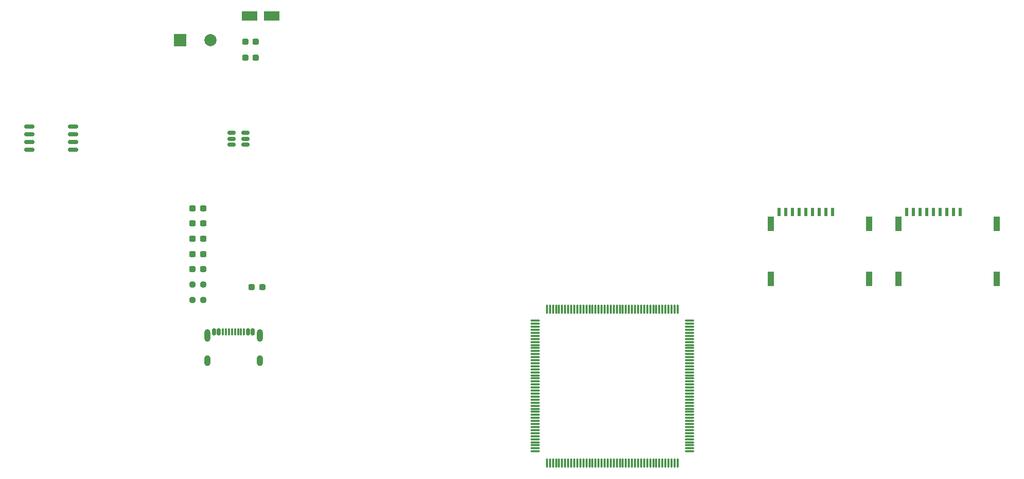
<source format=gbr>
%TF.GenerationSoftware,KiCad,Pcbnew,9.0.6*%
%TF.CreationDate,2025-11-15T17:29:32-05:00*%
%TF.ProjectId,CANopus,43414e6f-7075-4732-9e6b-696361645f70,rev?*%
%TF.SameCoordinates,Original*%
%TF.FileFunction,Copper,L1,Top*%
%TF.FilePolarity,Positive*%
%FSLAX46Y46*%
G04 Gerber Fmt 4.6, Leading zero omitted, Abs format (unit mm)*
G04 Created by KiCad (PCBNEW 9.0.6) date 2025-11-15 17:29:32*
%MOMM*%
%LPD*%
G01*
G04 APERTURE LIST*
G04 Aperture macros list*
%AMRoundRect*
0 Rectangle with rounded corners*
0 $1 Rounding radius*
0 $2 $3 $4 $5 $6 $7 $8 $9 X,Y pos of 4 corners*
0 Add a 4 corners polygon primitive as box body*
4,1,4,$2,$3,$4,$5,$6,$7,$8,$9,$2,$3,0*
0 Add four circle primitives for the rounded corners*
1,1,$1+$1,$2,$3*
1,1,$1+$1,$4,$5*
1,1,$1+$1,$6,$7*
1,1,$1+$1,$8,$9*
0 Add four rect primitives between the rounded corners*
20,1,$1+$1,$2,$3,$4,$5,0*
20,1,$1+$1,$4,$5,$6,$7,0*
20,1,$1+$1,$6,$7,$8,$9,0*
20,1,$1+$1,$8,$9,$2,$3,0*%
G04 Aperture macros list end*
%TA.AperFunction,SMDPad,CuDef*%
%ADD10R,0.620000X1.400000*%
%TD*%
%TA.AperFunction,SMDPad,CuDef*%
%ADD11R,1.100000X2.400000*%
%TD*%
%TA.AperFunction,SMDPad,CuDef*%
%ADD12RoundRect,0.150000X-0.512500X-0.150000X0.512500X-0.150000X0.512500X0.150000X-0.512500X0.150000X0*%
%TD*%
%TA.AperFunction,SMDPad,CuDef*%
%ADD13RoundRect,0.237500X-0.300000X-0.237500X0.300000X-0.237500X0.300000X0.237500X-0.300000X0.237500X0*%
%TD*%
%TA.AperFunction,SMDPad,CuDef*%
%ADD14RoundRect,0.075000X-0.675000X-0.075000X0.675000X-0.075000X0.675000X0.075000X-0.675000X0.075000X0*%
%TD*%
%TA.AperFunction,SMDPad,CuDef*%
%ADD15RoundRect,0.075000X-0.075000X-0.675000X0.075000X-0.675000X0.075000X0.675000X-0.075000X0.675000X0*%
%TD*%
%TA.AperFunction,SMDPad,CuDef*%
%ADD16RoundRect,0.237500X-0.287500X-0.237500X0.287500X-0.237500X0.287500X0.237500X-0.287500X0.237500X0*%
%TD*%
%TA.AperFunction,SMDPad,CuDef*%
%ADD17RoundRect,0.237500X-0.250000X-0.237500X0.250000X-0.237500X0.250000X0.237500X-0.250000X0.237500X0*%
%TD*%
%TA.AperFunction,SMDPad,CuDef*%
%ADD18RoundRect,0.150000X-0.150000X-0.425000X0.150000X-0.425000X0.150000X0.425000X-0.150000X0.425000X0*%
%TD*%
%TA.AperFunction,SMDPad,CuDef*%
%ADD19RoundRect,0.075000X-0.075000X-0.500000X0.075000X-0.500000X0.075000X0.500000X-0.075000X0.500000X0*%
%TD*%
%TA.AperFunction,HeatsinkPad*%
%ADD20O,1.000000X2.100000*%
%TD*%
%TA.AperFunction,HeatsinkPad*%
%ADD21O,1.000000X1.800000*%
%TD*%
%TA.AperFunction,SMDPad,CuDef*%
%ADD22RoundRect,0.162500X-0.650000X-0.162500X0.650000X-0.162500X0.650000X0.162500X-0.650000X0.162500X0*%
%TD*%
%TA.AperFunction,SMDPad,CuDef*%
%ADD23RoundRect,0.250000X-1.050000X-0.550000X1.050000X-0.550000X1.050000X0.550000X-1.050000X0.550000X0*%
%TD*%
%TA.AperFunction,ComponentPad*%
%ADD24R,2.000000X2.000000*%
%TD*%
%TA.AperFunction,ComponentPad*%
%ADD25C,2.000000*%
%TD*%
G04 APERTURE END LIST*
D10*
%TO.P,J2,1,DAT2*%
%TO.N,unconnected-(J2-DAT2-Pad1)*%
X192580000Y-74080000D03*
%TO.P,J2,2,DAT3/CD*%
%TO.N,unconnected-(J2-DAT3{slash}CD-Pad2)*%
X191480000Y-74080000D03*
%TO.P,J2,3,CMD*%
%TO.N,unconnected-(J2-CMD-Pad3)*%
X190380000Y-74080000D03*
%TO.P,J2,4,VDD*%
%TO.N,unconnected-(J2-VDD-Pad4)*%
X189280000Y-74080000D03*
%TO.P,J2,5,CLK*%
%TO.N,unconnected-(J2-CLK-Pad5)*%
X188180000Y-74080000D03*
%TO.P,J2,6,VSS*%
%TO.N,unconnected-(J2-VSS-Pad6)*%
X187080000Y-74080000D03*
%TO.P,J2,7,DAT0*%
%TO.N,unconnected-(J2-DAT0-Pad7)*%
X185980000Y-74080000D03*
%TO.P,J2,8,DAT1*%
%TO.N,unconnected-(J2-DAT1-Pad8)*%
X184880000Y-74080000D03*
%TO.P,J2,9,DET*%
%TO.N,unconnected-(J2-DET-Pad9)*%
X183780000Y-74080000D03*
D11*
%TO.P,J2,10,SHIELD*%
%TO.N,unconnected-(J2-SHIELD-Pad10)*%
X182400000Y-76080000D03*
X182400000Y-85080000D03*
X198550000Y-76080000D03*
X198550000Y-85080000D03*
%TD*%
D10*
%TO.P,J1,1,DAT2*%
%TO.N,/DAT2_SD1*%
X171580000Y-74080000D03*
%TO.P,J1,2,DAT3/CD*%
%TO.N,/DAT3_SD1*%
X170480000Y-74080000D03*
%TO.P,J1,3,CMD*%
%TO.N,/CMD_SD1*%
X169380000Y-74080000D03*
%TO.P,J1,4,VDD*%
%TO.N,+3V3*%
X168280000Y-74080000D03*
%TO.P,J1,5,CLK*%
%TO.N,/CLK_SD1*%
X167180000Y-74080000D03*
%TO.P,J1,6,VSS*%
%TO.N,GND*%
X166080000Y-74080000D03*
%TO.P,J1,7,DAT0*%
%TO.N,/DAT0_SD1*%
X164980000Y-74080000D03*
%TO.P,J1,8,DAT1*%
%TO.N,/DAT1_SD1*%
X163880000Y-74080000D03*
%TO.P,J1,9,DET*%
%TO.N,/DET_SD1*%
X162780000Y-74080000D03*
D11*
%TO.P,J1,10,SHIELD*%
%TO.N,GND*%
X161400000Y-76080000D03*
X161400000Y-85080000D03*
X177550000Y-76080000D03*
X177550000Y-85080000D03*
%TD*%
D12*
%TO.P,U9,1,I/O1*%
%TO.N,/USB_D-*%
X72725000Y-61100000D03*
%TO.P,U9,2,GND*%
%TO.N,GND*%
X72725000Y-62050000D03*
%TO.P,U9,3,I/O2*%
%TO.N,/USB_D+*%
X72725000Y-63000000D03*
%TO.P,U9,4,I/O2*%
%TO.N,/D+*%
X75000000Y-63000000D03*
%TO.P,U9,5,VBUS*%
%TO.N,+5V*%
X75000000Y-62050000D03*
%TO.P,U9,6,I/O1*%
%TO.N,/D-*%
X75000000Y-61100000D03*
%TD*%
D13*
%TO.P,C38,1*%
%TO.N,+5V*%
X66275000Y-81030000D03*
%TO.P,C38,2*%
%TO.N,GND*%
X68000000Y-81030000D03*
%TD*%
D14*
%TO.P,U2,1,PE2*%
%TO.N,unconnected-(U2-PE2-Pad1)*%
X122650000Y-92000000D03*
%TO.P,U2,2,PE3*%
%TO.N,unconnected-(U2-PE3-Pad2)*%
X122650000Y-92500000D03*
%TO.P,U2,3,PE4*%
%TO.N,unconnected-(U2-PE4-Pad3)*%
X122650000Y-93000000D03*
%TO.P,U2,4,PE5*%
%TO.N,unconnected-(U2-PE5-Pad4)*%
X122650000Y-93500000D03*
%TO.P,U2,5,PE6*%
%TO.N,unconnected-(U2-PE6-Pad5)*%
X122650000Y-94000000D03*
%TO.P,U2,6,VSS*%
%TO.N,GND*%
X122650000Y-94500000D03*
%TO.P,U2,7,VDD*%
%TO.N,VDD*%
X122650000Y-95000000D03*
%TO.P,U2,8,VBAT*%
%TO.N,VBAT*%
X122650000Y-95500000D03*
%TO.P,U2,9,PC13*%
%TO.N,unconnected-(U2-PC13-Pad9)*%
X122650000Y-96000000D03*
%TO.P,U2,10,PC14*%
%TO.N,unconnected-(U2-PC14-Pad10)*%
X122650000Y-96500000D03*
%TO.P,U2,11,PC15*%
%TO.N,unconnected-(U2-PC15-Pad11)*%
X122650000Y-97000000D03*
%TO.P,U2,12,VSS*%
%TO.N,GND*%
X122650000Y-97500000D03*
%TO.P,U2,13,VDD*%
%TO.N,VDD*%
X122650000Y-98000000D03*
%TO.P,U2,14,VSSSMPS*%
%TO.N,VSSSMPS*%
X122650000Y-98500000D03*
%TO.P,U2,15,VLXSMPS*%
%TO.N,/VLXSMPS*%
X122650000Y-99000000D03*
%TO.P,U2,16,VDDSMPS*%
%TO.N,VDDSMPS*%
X122650000Y-99500000D03*
%TO.P,U2,17,VFBSMPS*%
%TO.N,/VFBSMPS*%
X122650000Y-100000000D03*
%TO.P,U2,18,PF0*%
%TO.N,unconnected-(U2-PF0-Pad18)*%
X122650000Y-100500000D03*
%TO.P,U2,19,PF1*%
%TO.N,unconnected-(U2-PF1-Pad19)*%
X122650000Y-101000000D03*
%TO.P,U2,20,PF2*%
%TO.N,unconnected-(U2-PF2-Pad20)*%
X122650000Y-101500000D03*
%TO.P,U2,21,PF3*%
%TO.N,unconnected-(U2-PF3-Pad21)*%
X122650000Y-102000000D03*
%TO.P,U2,22,PF4*%
%TO.N,unconnected-(U2-PF4-Pad22)*%
X122650000Y-102500000D03*
%TO.P,U2,23,PF5*%
%TO.N,unconnected-(U2-PF5-Pad23)*%
X122650000Y-103000000D03*
%TO.P,U2,24,VSS*%
%TO.N,GND*%
X122650000Y-103500000D03*
%TO.P,U2,25,VDD*%
%TO.N,VDD*%
X122650000Y-104000000D03*
%TO.P,U2,26,PF6*%
%TO.N,unconnected-(U2-PF6-Pad26)*%
X122650000Y-104500000D03*
%TO.P,U2,27,PF7*%
%TO.N,unconnected-(U2-PF7-Pad27)*%
X122650000Y-105000000D03*
%TO.P,U2,28,PF8*%
%TO.N,unconnected-(U2-PF8-Pad28)*%
X122650000Y-105500000D03*
%TO.P,U2,29,PF9*%
%TO.N,unconnected-(U2-PF9-Pad29)*%
X122650000Y-106000000D03*
%TO.P,U2,30,PF10*%
%TO.N,unconnected-(U2-PF10-Pad30)*%
X122650000Y-106500000D03*
%TO.P,U2,31,PH0*%
%TO.N,unconnected-(U2-PH0-Pad31)*%
X122650000Y-107000000D03*
%TO.P,U2,32,PH1*%
%TO.N,unconnected-(U2-PH1-Pad32)*%
X122650000Y-107500000D03*
%TO.P,U2,33,NRST*%
%TO.N,/NRST*%
X122650000Y-108000000D03*
%TO.P,U2,34,PC0*%
%TO.N,unconnected-(U2-PC0-Pad34)*%
X122650000Y-108500000D03*
%TO.P,U2,35,PC1*%
%TO.N,unconnected-(U2-PC1-Pad35)*%
X122650000Y-109000000D03*
%TO.P,U2,36,PC2_C*%
%TO.N,unconnected-(U2-PC2_C-Pad36)*%
X122650000Y-109500000D03*
%TO.P,U2,37,PC3_C*%
%TO.N,unconnected-(U2-PC3_C-Pad37)*%
X122650000Y-110000000D03*
%TO.P,U2,38,VSSA*%
%TO.N,VSSA*%
X122650000Y-110500000D03*
%TO.P,U2,39,VREF+*%
%TO.N,VREF*%
X122650000Y-111000000D03*
%TO.P,U2,40,VDDA*%
%TO.N,VDDA*%
X122650000Y-111500000D03*
%TO.P,U2,41,PA0*%
%TO.N,unconnected-(U2-PA0-Pad41)*%
X122650000Y-112000000D03*
%TO.P,U2,42,PA1*%
%TO.N,unconnected-(U2-PA1-Pad42)*%
X122650000Y-112500000D03*
%TO.P,U2,43,PA2*%
%TO.N,unconnected-(U2-PA2-Pad43)*%
X122650000Y-113000000D03*
%TO.P,U2,44,VDD*%
%TO.N,VDD*%
X122650000Y-113500000D03*
D15*
%TO.P,U2,45,VSS*%
%TO.N,GND*%
X124575000Y-115425000D03*
%TO.P,U2,46,PA3*%
%TO.N,unconnected-(U2-PA3-Pad46)*%
X125075000Y-115425000D03*
%TO.P,U2,47,VSS*%
%TO.N,GND*%
X125575000Y-115425000D03*
%TO.P,U2,48,VDD*%
%TO.N,VDD*%
X126075000Y-115425000D03*
%TO.P,U2,49,PA4*%
%TO.N,unconnected-(U2-PA4-Pad49)*%
X126575000Y-115425000D03*
%TO.P,U2,50,PA5*%
%TO.N,unconnected-(U2-PA5-Pad50)*%
X127075000Y-115425000D03*
%TO.P,U2,51,PA6*%
%TO.N,unconnected-(U2-PA6-Pad51)*%
X127575000Y-115425000D03*
%TO.P,U2,52,PA7*%
%TO.N,unconnected-(U2-PA7-Pad52)*%
X128075000Y-115425000D03*
%TO.P,U2,53,PC4*%
%TO.N,unconnected-(U2-PC4-Pad53)*%
X128575000Y-115425000D03*
%TO.P,U2,54,PC5*%
%TO.N,unconnected-(U2-PC5-Pad54)*%
X129075000Y-115425000D03*
%TO.P,U2,55,PB0*%
%TO.N,unconnected-(U2-PB0-Pad55)*%
X129575000Y-115425000D03*
%TO.P,U2,56,PB1*%
%TO.N,unconnected-(U2-PB1-Pad56)*%
X130075000Y-115425000D03*
%TO.P,U2,57,PB2*%
%TO.N,unconnected-(U2-PB2-Pad57)*%
X130575000Y-115425000D03*
%TO.P,U2,58,PF11*%
%TO.N,unconnected-(U2-PF11-Pad58)*%
X131075000Y-115425000D03*
%TO.P,U2,59,PF12*%
%TO.N,unconnected-(U2-PF12-Pad59)*%
X131575000Y-115425000D03*
%TO.P,U2,60,PF13*%
%TO.N,unconnected-(U2-PF13-Pad60)*%
X132075000Y-115425000D03*
%TO.P,U2,61,PF14*%
%TO.N,unconnected-(U2-PF14-Pad61)*%
X132575000Y-115425000D03*
%TO.P,U2,62,PF15*%
%TO.N,unconnected-(U2-PF15-Pad62)*%
X133075000Y-115425000D03*
%TO.P,U2,63,PG0*%
%TO.N,unconnected-(U2-PG0-Pad63)*%
X133575000Y-115425000D03*
%TO.P,U2,64,VSS*%
%TO.N,GND*%
X134075000Y-115425000D03*
%TO.P,U2,65,VDD*%
%TO.N,VDD*%
X134575000Y-115425000D03*
%TO.P,U2,66,PG1*%
%TO.N,unconnected-(U2-PG1-Pad66)*%
X135075000Y-115425000D03*
%TO.P,U2,67,PE7*%
%TO.N,unconnected-(U2-PE7-Pad67)*%
X135575000Y-115425000D03*
%TO.P,U2,68,PE8*%
%TO.N,unconnected-(U2-PE8-Pad68)*%
X136075000Y-115425000D03*
%TO.P,U2,69,PE9*%
%TO.N,unconnected-(U2-PE9-Pad69)*%
X136575000Y-115425000D03*
%TO.P,U2,70,VSS*%
%TO.N,GND*%
X137075000Y-115425000D03*
%TO.P,U2,71,VDD*%
%TO.N,VDD*%
X137575000Y-115425000D03*
%TO.P,U2,72,PE10*%
%TO.N,unconnected-(U2-PE10-Pad72)*%
X138075000Y-115425000D03*
%TO.P,U2,73,PE11*%
%TO.N,unconnected-(U2-PE11-Pad73)*%
X138575000Y-115425000D03*
%TO.P,U2,74,PE12*%
%TO.N,unconnected-(U2-PE12-Pad74)*%
X139075000Y-115425000D03*
%TO.P,U2,75,PE13*%
%TO.N,unconnected-(U2-PE13-Pad75)*%
X139575000Y-115425000D03*
%TO.P,U2,76,PE14*%
%TO.N,unconnected-(U2-PE14-Pad76)*%
X140075000Y-115425000D03*
%TO.P,U2,77,PE15*%
%TO.N,unconnected-(U2-PE15-Pad77)*%
X140575000Y-115425000D03*
%TO.P,U2,78,PB10*%
%TO.N,unconnected-(U2-PB10-Pad78)*%
X141075000Y-115425000D03*
%TO.P,U2,79,PB11*%
%TO.N,unconnected-(U2-PB11-Pad79)*%
X141575000Y-115425000D03*
%TO.P,U2,80,VCAP*%
%TO.N,VCAP*%
X142075000Y-115425000D03*
%TO.P,U2,81,VSS*%
%TO.N,GND*%
X142575000Y-115425000D03*
%TO.P,U2,82,VDDLDO*%
%TO.N,VDDLDO*%
X143075000Y-115425000D03*
%TO.P,U2,83,VSS*%
%TO.N,GND*%
X143575000Y-115425000D03*
%TO.P,U2,84,VDD*%
%TO.N,VDD*%
X144075000Y-115425000D03*
%TO.P,U2,85,PB12*%
%TO.N,unconnected-(U2-PB12-Pad85)*%
X144575000Y-115425000D03*
%TO.P,U2,86,PB13*%
%TO.N,unconnected-(U2-PB13-Pad86)*%
X145075000Y-115425000D03*
%TO.P,U2,87,PB14*%
%TO.N,unconnected-(U2-PB14-Pad87)*%
X145575000Y-115425000D03*
%TO.P,U2,88,PB15*%
%TO.N,unconnected-(U2-PB15-Pad88)*%
X146075000Y-115425000D03*
D14*
%TO.P,U2,89,PD8*%
%TO.N,unconnected-(U2-PD8-Pad89)*%
X148000000Y-113500000D03*
%TO.P,U2,90,PD9*%
%TO.N,unconnected-(U2-PD9-Pad90)*%
X148000000Y-113000000D03*
%TO.P,U2,91,PD10*%
%TO.N,unconnected-(U2-PD10-Pad91)*%
X148000000Y-112500000D03*
%TO.P,U2,92,VDD*%
%TO.N,VDD*%
X148000000Y-112000000D03*
%TO.P,U2,93,VSS*%
%TO.N,GND*%
X148000000Y-111500000D03*
%TO.P,U2,94,PD11*%
%TO.N,unconnected-(U2-PD11-Pad94)*%
X148000000Y-111000000D03*
%TO.P,U2,95,PD12*%
%TO.N,unconnected-(U2-PD12-Pad95)*%
X148000000Y-110500000D03*
%TO.P,U2,96,PD13*%
%TO.N,unconnected-(U2-PD13-Pad96)*%
X148000000Y-110000000D03*
%TO.P,U2,97,PD14*%
%TO.N,unconnected-(U2-PD14-Pad97)*%
X148000000Y-109500000D03*
%TO.P,U2,98,PD15*%
%TO.N,unconnected-(U2-PD15-Pad98)*%
X148000000Y-109000000D03*
%TO.P,U2,99,VDD*%
%TO.N,VDD*%
X148000000Y-108500000D03*
%TO.P,U2,100,VSS*%
%TO.N,GND*%
X148000000Y-108000000D03*
%TO.P,U2,101,VCAPDSI*%
%TO.N,VCAPDSI*%
X148000000Y-107500000D03*
%TO.P,U2,102,VDD12DSI*%
%TO.N,VDDDSI*%
X148000000Y-107000000D03*
%TO.P,U2,103,DSI_D0P*%
%TO.N,unconnected-(U2-DSI_D0P-Pad103)*%
X148000000Y-106500000D03*
%TO.P,U2,104,DSI_D0N*%
%TO.N,unconnected-(U2-DSI_D0N-Pad104)*%
X148000000Y-106000000D03*
%TO.P,U2,105,VSSDSI*%
%TO.N,VSSDSI*%
X148000000Y-105500000D03*
%TO.P,U2,106,DSI_CKP*%
%TO.N,unconnected-(U2-DSI_CKP-Pad106)*%
X148000000Y-105000000D03*
%TO.P,U2,107,DSI_CKN*%
%TO.N,unconnected-(U2-DSI_CKN-Pad107)*%
X148000000Y-104500000D03*
%TO.P,U2,108,VDD12DSI*%
%TO.N,VDDDSI*%
X148000000Y-104000000D03*
%TO.P,U2,109,VSSDSI*%
%TO.N,VSSDSI*%
X148000000Y-103500000D03*
%TO.P,U2,110,PG2*%
%TO.N,unconnected-(U2-PG2-Pad110)*%
X148000000Y-103000000D03*
%TO.P,U2,111,PG3*%
%TO.N,unconnected-(U2-PG3-Pad111)*%
X148000000Y-102500000D03*
%TO.P,U2,112,VSS*%
%TO.N,GND*%
X148000000Y-102000000D03*
%TO.P,U2,113,VDD*%
%TO.N,VDD*%
X148000000Y-101500000D03*
%TO.P,U2,114,PG4*%
%TO.N,unconnected-(U2-PG4-Pad114)*%
X148000000Y-101000000D03*
%TO.P,U2,115,PG5*%
%TO.N,unconnected-(U2-PG5-Pad115)*%
X148000000Y-100500000D03*
%TO.P,U2,116,PG6*%
%TO.N,unconnected-(U2-PG6-Pad116)*%
X148000000Y-100000000D03*
%TO.P,U2,117,PG7*%
%TO.N,unconnected-(U2-PG7-Pad117)*%
X148000000Y-99500000D03*
%TO.P,U2,118,PG8*%
%TO.N,unconnected-(U2-PG8-Pad118)*%
X148000000Y-99000000D03*
%TO.P,U2,119,VSS*%
%TO.N,GND*%
X148000000Y-98500000D03*
%TO.P,U2,120,VDD50_USB*%
%TO.N,VDD50_USB*%
X148000000Y-98000000D03*
%TO.P,U2,121,VDD33_USB*%
%TO.N,VDD33_USB*%
X148000000Y-97500000D03*
%TO.P,U2,122,PC6*%
%TO.N,unconnected-(U2-PC6-Pad122)*%
X148000000Y-97000000D03*
%TO.P,U2,123,PC7*%
%TO.N,unconnected-(U2-PC7-Pad123)*%
X148000000Y-96500000D03*
%TO.P,U2,124,PC8*%
%TO.N,unconnected-(U2-PC8-Pad124)*%
X148000000Y-96000000D03*
%TO.P,U2,125,PC9*%
%TO.N,unconnected-(U2-PC9-Pad125)*%
X148000000Y-95500000D03*
%TO.P,U2,126,VDD*%
%TO.N,VDD*%
X148000000Y-95000000D03*
%TO.P,U2,127,PA8*%
%TO.N,unconnected-(U2-PA8-Pad127)*%
X148000000Y-94500000D03*
%TO.P,U2,128,PA9*%
%TO.N,unconnected-(U2-PA9-Pad128)*%
X148000000Y-94000000D03*
%TO.P,U2,129,PA10*%
%TO.N,unconnected-(U2-PA10-Pad129)*%
X148000000Y-93500000D03*
%TO.P,U2,130,PA11*%
%TO.N,unconnected-(U2-PA11-Pad130)*%
X148000000Y-93000000D03*
%TO.P,U2,131,PA12*%
%TO.N,unconnected-(U2-PA12-Pad131)*%
X148000000Y-92500000D03*
%TO.P,U2,132,PA13*%
%TO.N,unconnected-(U2-PA13-Pad132)*%
X148000000Y-92000000D03*
D15*
%TO.P,U2,133,VCAP*%
%TO.N,VCAP*%
X146075000Y-90075000D03*
%TO.P,U2,134,VSS*%
%TO.N,GND*%
X145575000Y-90075000D03*
%TO.P,U2,135,VDDLDO*%
%TO.N,VDDLDO*%
X145075000Y-90075000D03*
%TO.P,U2,136,VDD*%
%TO.N,VDD*%
X144575000Y-90075000D03*
%TO.P,U2,137,VSS*%
%TO.N,GND*%
X144075000Y-90075000D03*
%TO.P,U2,138,PA14*%
%TO.N,unconnected-(U2-PA14-Pad138)*%
X143575000Y-90075000D03*
%TO.P,U2,139,PA15*%
%TO.N,unconnected-(U2-PA15-Pad139)*%
X143075000Y-90075000D03*
%TO.P,U2,140,PC10*%
%TO.N,unconnected-(U2-PC10-Pad140)*%
X142575000Y-90075000D03*
%TO.P,U2,141,PC11*%
%TO.N,unconnected-(U2-PC11-Pad141)*%
X142075000Y-90075000D03*
%TO.P,U2,142,PC12*%
%TO.N,unconnected-(U2-PC12-Pad142)*%
X141575000Y-90075000D03*
%TO.P,U2,143,PD0*%
%TO.N,unconnected-(U2-PD0-Pad143)*%
X141075000Y-90075000D03*
%TO.P,U2,144,PD1*%
%TO.N,unconnected-(U2-PD1-Pad144)*%
X140575000Y-90075000D03*
%TO.P,U2,145,PD2*%
%TO.N,unconnected-(U2-PD2-Pad145)*%
X140075000Y-90075000D03*
%TO.P,U2,146,PD3*%
%TO.N,unconnected-(U2-PD3-Pad146)*%
X139575000Y-90075000D03*
%TO.P,U2,147,PD4*%
%TO.N,unconnected-(U2-PD4-Pad147)*%
X139075000Y-90075000D03*
%TO.P,U2,148,PD5*%
%TO.N,unconnected-(U2-PD5-Pad148)*%
X138575000Y-90075000D03*
%TO.P,U2,149,PD6*%
%TO.N,unconnected-(U2-PD6-Pad149)*%
X138075000Y-90075000D03*
%TO.P,U2,150,PD7*%
%TO.N,unconnected-(U2-PD7-Pad150)*%
X137575000Y-90075000D03*
%TO.P,U2,151,VSS*%
%TO.N,GND*%
X137075000Y-90075000D03*
%TO.P,U2,152,VDD*%
%TO.N,VDD*%
X136575000Y-90075000D03*
%TO.P,U2,153,PG9*%
%TO.N,unconnected-(U2-PG9-Pad153)*%
X136075000Y-90075000D03*
%TO.P,U2,154,PG10*%
%TO.N,unconnected-(U2-PG10-Pad154)*%
X135575000Y-90075000D03*
%TO.P,U2,155,PG11*%
%TO.N,unconnected-(U2-PG11-Pad155)*%
X135075000Y-90075000D03*
%TO.P,U2,156,PG12*%
%TO.N,unconnected-(U2-PG12-Pad156)*%
X134575000Y-90075000D03*
%TO.P,U2,157,PG13*%
%TO.N,unconnected-(U2-PG13-Pad157)*%
X134075000Y-90075000D03*
%TO.P,U2,158,PG14*%
%TO.N,unconnected-(U2-PG14-Pad158)*%
X133575000Y-90075000D03*
%TO.P,U2,159,VSS*%
%TO.N,GND*%
X133075000Y-90075000D03*
%TO.P,U2,160,VDD*%
%TO.N,VDD*%
X132575000Y-90075000D03*
%TO.P,U2,161,PG15*%
%TO.N,unconnected-(U2-PG15-Pad161)*%
X132075000Y-90075000D03*
%TO.P,U2,162,PB3*%
%TO.N,unconnected-(U2-PB3-Pad162)*%
X131575000Y-90075000D03*
%TO.P,U2,163,PB4*%
%TO.N,unconnected-(U2-PB4-Pad163)*%
X131075000Y-90075000D03*
%TO.P,U2,164,PB5*%
%TO.N,unconnected-(U2-PB5-Pad164)*%
X130575000Y-90075000D03*
%TO.P,U2,165,PB6*%
%TO.N,unconnected-(U2-PB6-Pad165)*%
X130075000Y-90075000D03*
%TO.P,U2,166,PB7*%
%TO.N,unconnected-(U2-PB7-Pad166)*%
X129575000Y-90075000D03*
%TO.P,U2,167,BOOT0*%
%TO.N,/BOOT0*%
X129075000Y-90075000D03*
%TO.P,U2,168,PB8*%
%TO.N,unconnected-(U2-PB8-Pad168)*%
X128575000Y-90075000D03*
%TO.P,U2,169,PB9*%
%TO.N,unconnected-(U2-PB9-Pad169)*%
X128075000Y-90075000D03*
%TO.P,U2,170,PE0*%
%TO.N,unconnected-(U2-PE0-Pad170)*%
X127575000Y-90075000D03*
%TO.P,U2,171,PE1*%
%TO.N,unconnected-(U2-PE1-Pad171)*%
X127075000Y-90075000D03*
%TO.P,U2,172,VCAP*%
%TO.N,VCAP*%
X126575000Y-90075000D03*
%TO.P,U2,173,VSS*%
%TO.N,GND*%
X126075000Y-90075000D03*
%TO.P,U2,174,PDR_ON*%
%TO.N,unconnected-(U2-PDR_ON-Pad174)*%
X125575000Y-90075000D03*
%TO.P,U2,175,VDDLDO*%
%TO.N,VDDLDO*%
X125075000Y-90075000D03*
%TO.P,U2,176,VDD*%
%TO.N,VDD*%
X124575000Y-90075000D03*
%TD*%
D16*
%TO.P,D3,1,K*%
%TO.N,unconnected-(D3-K-Pad1)*%
X76000000Y-86500000D03*
%TO.P,D3,2,A*%
%TO.N,GND*%
X77750000Y-86500000D03*
%TD*%
D17*
%TO.P,R28,1*%
%TO.N,GND*%
X66225000Y-88560000D03*
%TO.P,R28,2*%
%TO.N,Net-(J17-CC1)*%
X68050000Y-88560000D03*
%TD*%
D18*
%TO.P,J17,A1,GND*%
%TO.N,GND*%
X69800000Y-93820000D03*
%TO.P,J17,A4,VBUS*%
%TO.N,Net-(F1-Pad1)*%
X70600000Y-93820000D03*
D19*
%TO.P,J17,A5,CC1*%
%TO.N,Net-(J17-CC1)*%
X71750000Y-93820000D03*
%TO.P,J17,A6,D+*%
%TO.N,/USB_D+*%
X72750000Y-93820000D03*
%TO.P,J17,A7,D-*%
%TO.N,/USB_D-*%
X73250000Y-93820000D03*
%TO.P,J17,A8,SBU1*%
%TO.N,unconnected-(J17-SBU1-PadA8)*%
X74250000Y-93820000D03*
D18*
%TO.P,J17,A9,VBUS*%
%TO.N,Net-(F1-Pad1)*%
X75400000Y-93820000D03*
%TO.P,J17,A12,GND*%
%TO.N,GND*%
X76200000Y-93820000D03*
%TO.P,J17,B1,GND*%
X76200000Y-93820000D03*
%TO.P,J17,B4,VBUS*%
%TO.N,Net-(F1-Pad1)*%
X75400000Y-93820000D03*
D19*
%TO.P,J17,B5,CC2*%
%TO.N,Net-(J17-CC2)*%
X74750000Y-93820000D03*
%TO.P,J17,B6,D+*%
%TO.N,/USB_D+*%
X73750000Y-93820000D03*
%TO.P,J17,B7,D-*%
%TO.N,/USB_D-*%
X72250000Y-93820000D03*
%TO.P,J17,B8,SBU2*%
%TO.N,unconnected-(J17-SBU2-PadB8)*%
X71250000Y-93820000D03*
D18*
%TO.P,J17,B9,VBUS*%
%TO.N,Net-(F1-Pad1)*%
X70600000Y-93820000D03*
%TO.P,J17,B12,GND*%
%TO.N,GND*%
X69800000Y-93820000D03*
D20*
%TO.P,J17,S1,SHIELD*%
X68680000Y-94395000D03*
D21*
X68680000Y-98575000D03*
D20*
X77320000Y-94395000D03*
D21*
X77320000Y-98575000D03*
%TD*%
D13*
%TO.P,C36,1*%
%TO.N,+3V3*%
X66275000Y-78520000D03*
%TO.P,C36,2*%
%TO.N,GND*%
X68000000Y-78520000D03*
%TD*%
%TO.P,C35,1*%
%TO.N,+3V3*%
X66275000Y-76010000D03*
%TO.P,C35,2*%
%TO.N,GND*%
X68000000Y-76010000D03*
%TD*%
%TO.P,C34,1*%
%TO.N,+3V3*%
X66275000Y-73500000D03*
%TO.P,C34,2*%
%TO.N,GND*%
X68000000Y-73500000D03*
%TD*%
D16*
%TO.P,F1,1*%
%TO.N,Net-(F1-Pad1)*%
X66262500Y-83540000D03*
%TO.P,F1,2*%
%TO.N,Net-(D1-A)*%
X68012500Y-83540000D03*
%TD*%
D17*
%TO.P,R27,1*%
%TO.N,GND*%
X66225000Y-86050000D03*
%TO.P,R27,2*%
%TO.N,Net-(J17-CC2)*%
X68050000Y-86050000D03*
%TD*%
D16*
%TO.P,D2,1,K*%
%TO.N,Net-(D1-A)*%
X74942500Y-48685000D03*
%TO.P,D2,2,A*%
%TO.N,GND*%
X76692500Y-48685000D03*
%TD*%
%TO.P,D1,1,K*%
%TO.N,+5V*%
X74942500Y-46095000D03*
%TO.P,D1,2,A*%
%TO.N,Net-(D1-A)*%
X76692500Y-46095000D03*
%TD*%
D22*
%TO.P,U1,1,~{CE}*%
%TO.N,/SPI_CE*%
X39412500Y-60095000D03*
%TO.P,U1,2,SO*%
%TO.N,/SPI_MISO*%
X39412500Y-61365000D03*
%TO.P,U1,3,~{WP}*%
%TO.N,/FLASH_WP*%
X39412500Y-62635000D03*
%TO.P,U1,4,VSS*%
%TO.N,GND*%
X39412500Y-63905000D03*
%TO.P,U1,5,SI*%
%TO.N,/SPI_MOSI*%
X46587500Y-63905000D03*
%TO.P,U1,6,SCK*%
%TO.N,/SPI_SCK*%
X46587500Y-62635000D03*
%TO.P,U1,7,~{HOLD}*%
%TO.N,/FLASH_HOLD*%
X46587500Y-61365000D03*
%TO.P,U1,8,VDD*%
%TO.N,+3V3*%
X46587500Y-60095000D03*
%TD*%
D23*
%TO.P,C39,1*%
%TO.N,+5V*%
X75672500Y-41875000D03*
%TO.P,C39,2*%
%TO.N,GND*%
X79272500Y-41875000D03*
%TD*%
D24*
%TO.P,BZ1,1,1*%
%TO.N,unconnected-(BZ1-Pad1)*%
X64230931Y-45825000D03*
D25*
%TO.P,BZ1,2,2*%
%TO.N,unconnected-(BZ1-Pad2)*%
X69230931Y-45825000D03*
%TD*%
M02*

</source>
